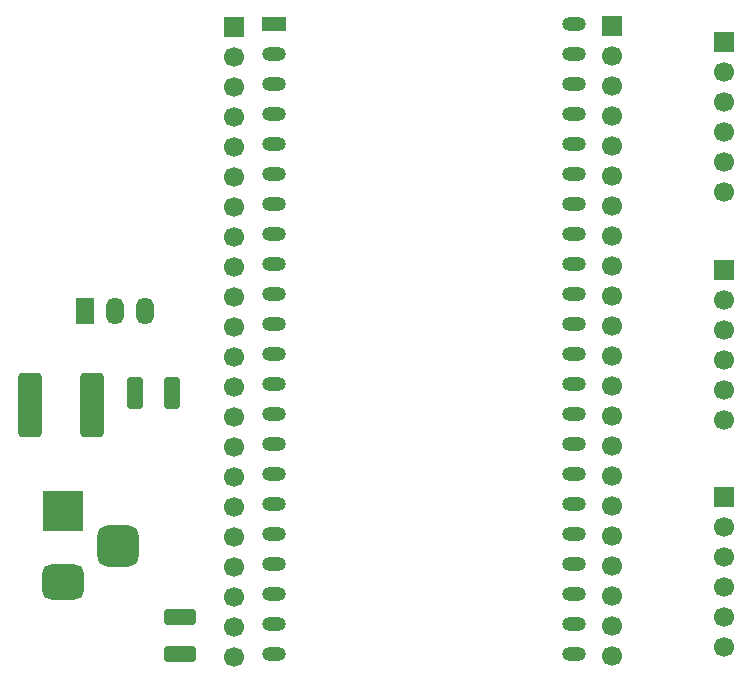
<source format=gbr>
%TF.GenerationSoftware,KiCad,Pcbnew,9.0.5*%
%TF.CreationDate,2026-01-28T15:10:35+09:00*%
%TF.ProjectId,esp32s3_serial_bridge_pcb,65737033-3273-4335-9f73-657269616c5f,V1.0*%
%TF.SameCoordinates,Original*%
%TF.FileFunction,Soldermask,Top*%
%TF.FilePolarity,Negative*%
%FSLAX46Y46*%
G04 Gerber Fmt 4.6, Leading zero omitted, Abs format (unit mm)*
G04 Created by KiCad (PCBNEW 9.0.5) date 2026-01-28 15:10:35*
%MOMM*%
%LPD*%
G01*
G04 APERTURE LIST*
G04 Aperture macros list*
%AMRoundRect*
0 Rectangle with rounded corners*
0 $1 Rounding radius*
0 $2 $3 $4 $5 $6 $7 $8 $9 X,Y pos of 4 corners*
0 Add a 4 corners polygon primitive as box body*
4,1,4,$2,$3,$4,$5,$6,$7,$8,$9,$2,$3,0*
0 Add four circle primitives for the rounded corners*
1,1,$1+$1,$2,$3*
1,1,$1+$1,$4,$5*
1,1,$1+$1,$6,$7*
1,1,$1+$1,$8,$9*
0 Add four rect primitives between the rounded corners*
20,1,$1+$1,$2,$3,$4,$5,0*
20,1,$1+$1,$4,$5,$6,$7,0*
20,1,$1+$1,$6,$7,$8,$9,0*
20,1,$1+$1,$8,$9,$2,$3,0*%
G04 Aperture macros list end*
%ADD10R,2.000000X1.200000*%
%ADD11O,2.000000X1.200000*%
%ADD12RoundRect,0.249999X-0.737501X-2.450001X0.737501X-2.450001X0.737501X2.450001X-0.737501X2.450001X0*%
%ADD13R,1.700000X1.700000*%
%ADD14C,1.700000*%
%ADD15RoundRect,0.250000X-1.100000X0.412500X-1.100000X-0.412500X1.100000X-0.412500X1.100000X0.412500X0*%
%ADD16R,1.500000X2.300000*%
%ADD17O,1.500000X2.300000*%
%ADD18RoundRect,0.250000X0.412500X1.100000X-0.412500X1.100000X-0.412500X-1.100000X0.412500X-1.100000X0*%
%ADD19R,3.500000X3.500000*%
%ADD20RoundRect,0.750000X1.000000X-0.750000X1.000000X0.750000X-1.000000X0.750000X-1.000000X-0.750000X0*%
%ADD21RoundRect,0.875000X0.875000X-0.875000X0.875000X0.875000X-0.875000X0.875000X-0.875000X-0.875000X0*%
G04 APERTURE END LIST*
D10*
%TO.C,U3*%
X127195000Y-76903200D03*
D11*
X127195000Y-79443200D03*
X127195000Y-81983200D03*
X127195000Y-84523200D03*
X127195000Y-87063200D03*
X127195000Y-89603200D03*
X127195000Y-92143200D03*
X127195000Y-94683200D03*
X127195000Y-97223200D03*
X127195000Y-99763200D03*
X127195000Y-102303200D03*
X127195000Y-104843200D03*
X127195000Y-107383200D03*
X127195000Y-109923200D03*
X127195000Y-112463200D03*
X127195000Y-115003200D03*
X127195000Y-117543200D03*
X127195000Y-120083200D03*
X127195000Y-122623200D03*
X127195000Y-125163200D03*
X127195000Y-127703200D03*
X127195000Y-130243200D03*
X152595000Y-130243200D03*
X152595000Y-127703200D03*
X152595000Y-125163200D03*
X152595000Y-122623200D03*
X152595000Y-120083200D03*
X152595000Y-117543200D03*
X152595000Y-115003200D03*
X152595000Y-112463200D03*
X152595000Y-109923200D03*
X152595000Y-107383200D03*
X152595000Y-104843200D03*
X152595000Y-102303200D03*
X152595000Y-99763200D03*
X152595000Y-97223200D03*
X152595000Y-94683200D03*
X152595000Y-92143200D03*
X152595000Y-89603200D03*
X152595000Y-87063200D03*
X152595000Y-84523200D03*
X152595000Y-81983200D03*
X152595000Y-79443200D03*
X152595000Y-76903200D03*
%TD*%
D12*
%TO.C,C1*%
X106525000Y-109100000D03*
X111800000Y-109100000D03*
%TD*%
D13*
%TO.C,J3*%
X165345000Y-78390000D03*
D14*
X165345000Y-80930000D03*
X165345000Y-83470000D03*
X165345000Y-86010000D03*
X165345000Y-88550000D03*
X165345000Y-91090000D03*
%TD*%
D13*
%TO.C,J5*%
X165300000Y-116940000D03*
D14*
X165300000Y-119480000D03*
X165300000Y-122020000D03*
X165300000Y-124560000D03*
X165300000Y-127100000D03*
X165300000Y-129640000D03*
%TD*%
D15*
%TO.C,C3*%
X119300000Y-127100000D03*
X119300000Y-130225000D03*
%TD*%
D16*
%TO.C,U2*%
X111252500Y-101170000D03*
D17*
X113792500Y-101170000D03*
X116332500Y-101170000D03*
%TD*%
D18*
%TO.C,C2*%
X118587500Y-108100000D03*
X115462500Y-108100000D03*
%TD*%
D13*
%TO.C,J1*%
X155800000Y-77060000D03*
D14*
X155800000Y-79600000D03*
X155800000Y-82140000D03*
X155800000Y-84680000D03*
X155800000Y-87220000D03*
X155800000Y-89760000D03*
X155800000Y-92300000D03*
X155800000Y-94840000D03*
X155800000Y-97380000D03*
X155800000Y-99920000D03*
X155800000Y-102460000D03*
X155800000Y-105000000D03*
X155800000Y-107540000D03*
X155800000Y-110080000D03*
X155800000Y-112620000D03*
X155800000Y-115160000D03*
X155800000Y-117700000D03*
X155800000Y-120240000D03*
X155800000Y-122780000D03*
X155800000Y-125320000D03*
X155800000Y-127860000D03*
X155800000Y-130400000D03*
%TD*%
D19*
%TO.C,J6*%
X109342500Y-118100000D03*
D20*
X109342500Y-124100000D03*
D21*
X114042500Y-121100000D03*
%TD*%
D13*
%TO.C,J4*%
X165300000Y-97710000D03*
D14*
X165300000Y-100250000D03*
X165300000Y-102790000D03*
X165300000Y-105330000D03*
X165300000Y-107870000D03*
X165300000Y-110410000D03*
%TD*%
D13*
%TO.C,J2*%
X123800000Y-77100000D03*
D14*
X123800000Y-79640000D03*
X123800000Y-82180000D03*
X123800000Y-84720000D03*
X123800000Y-87260000D03*
X123800000Y-89800000D03*
X123800000Y-92340000D03*
X123800000Y-94880000D03*
X123800000Y-97420000D03*
X123800000Y-99960000D03*
X123800000Y-102500000D03*
X123800000Y-105040000D03*
X123800000Y-107580000D03*
X123800000Y-110120000D03*
X123800000Y-112660000D03*
X123800000Y-115200000D03*
X123800000Y-117740000D03*
X123800000Y-120280000D03*
X123800000Y-122820000D03*
X123800000Y-125360000D03*
X123800000Y-127900000D03*
X123800000Y-130440000D03*
%TD*%
M02*

</source>
